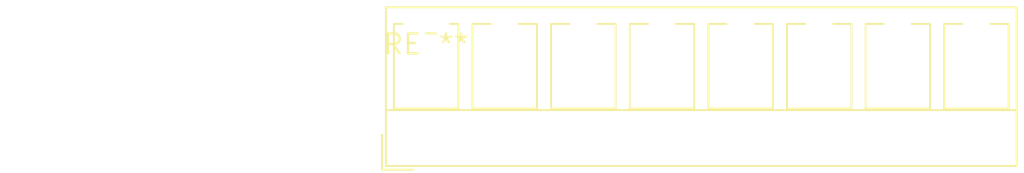
<source format=kicad_pcb>
(kicad_pcb (version 20240108) (generator pcbnew)
  (layers (0 "F.Cu" signal) (31 "B.Cu" signal) (34 "B.Paste" user) (35 "F.Paste" user) (36 "B.SilkS" user "B.Silkscreen") (37 "F.SilkS" user "F.Silkscreen") (38 "B.Mask" user) (39 "F.Mask" user) (44 "Edge.Cuts" user))
  (net 0 "")
  (footprint "TerminalBlock_RND_205-00282_1x08_P5.00mm_Vertical" (layer "F.Cu") (at 0 0)
    (property "Reference" "REF**")
    (property "Value" "TerminalBlock_RND_205-00282_1x08_P5.00mm_Vertical")
    (fp_line (start -2.8 5.76) (end -2.8 8) (layer "F.SilkS") (stroke (width 0.12)))
    (fp_line (start -2.8 8) (end -0.8 8) (layer "F.SilkS") (stroke (width 0.12)))
    (fp_line (start -2.56 -2.36) (end -2.56 7.76) (layer "F.SilkS") (stroke (width 0.12)))
    (fp_line (start -2.56 -2.36) (end 37.56 -2.36) (layer "F.SilkS") (stroke (width 0.12)))
    (fp_line (start -2.56 4.2) (end 37.56 4.2) (layer "F.SilkS") (stroke (width 0.12)))
    (fp_line (start -2.56 7.76) (end 37.56 7.76) (layer "F.SilkS") (stroke (width 0.12)))
    (fp_line (start -2.05 -1.3) (end -2.05 4.1) (layer "F.SilkS") (stroke (width 0.12)))
    (fp_line (start -2.05 -1.3) (end -1.49 -1.3) (layer "F.SilkS") (stroke (width 0.12)))
    (fp_line (start -2.05 4.1) (end 2.05 4.1) (layer "F.SilkS") (stroke (width 0.12)))
    (fp_line (start 1.49 -1.3) (end 2.05 -1.3) (layer "F.SilkS") (stroke (width 0.12)))
    (fp_line (start 2.05 -1.3) (end 2.05 4.1) (layer "F.SilkS") (stroke (width 0.12)))
    (fp_line (start 2.95 -1.3) (end 2.95 4.1) (layer "F.SilkS") (stroke (width 0.12)))
    (fp_line (start 2.95 -1.3) (end 4.117 -1.3) (layer "F.SilkS") (stroke (width 0.12)))
    (fp_line (start 2.95 4.1) (end 7.05 4.1) (layer "F.SilkS") (stroke (width 0.12)))
    (fp_line (start 5.884 -1.3) (end 7.05 -1.3) (layer "F.SilkS") (stroke (width 0.12)))
    (fp_line (start 7.05 -1.3) (end 7.05 4.1) (layer "F.SilkS") (stroke (width 0.12)))
    (fp_line (start 7.95 -1.3) (end 7.95 4.1) (layer "F.SilkS") (stroke (width 0.12)))
    (fp_line (start 7.95 -1.3) (end 9.117 -1.3) (layer "F.SilkS") (stroke (width 0.12)))
    (fp_line (start 7.95 4.1) (end 12.05 4.1) (layer "F.SilkS") (stroke (width 0.12)))
    (fp_line (start 10.884 -1.3) (end 12.05 -1.3) (layer "F.SilkS") (stroke (width 0.12)))
    (fp_line (start 12.05 -1.3) (end 12.05 4.1) (layer "F.SilkS") (stroke (width 0.12)))
    (fp_line (start 12.95 -1.3) (end 12.95 4.1) (layer "F.SilkS") (stroke (width 0.12)))
    (fp_line (start 12.95 -1.3) (end 14.117 -1.3) (layer "F.SilkS") (stroke (width 0.12)))
    (fp_line (start 12.95 4.1) (end 17.05 4.1) (layer "F.SilkS") (stroke (width 0.12)))
    (fp_line (start 15.884 -1.3) (end 17.05 -1.3) (layer "F.SilkS") (stroke (width 0.12)))
    (fp_line (start 17.05 -1.3) (end 17.05 4.1) (layer "F.SilkS") (stroke (width 0.12)))
    (fp_line (start 17.95 -1.3) (end 17.95 4.1) (layer "F.SilkS") (stroke (width 0.12)))
    (fp_line (start 17.95 -1.3) (end 19.117 -1.3) (layer "F.SilkS") (stroke (width 0.12)))
    (fp_line (start 17.95 4.1) (end 22.05 4.1) (layer "F.SilkS") (stroke (width 0.12)))
    (fp_line (start 20.884 -1.3) (end 22.05 -1.3) (layer "F.SilkS") (stroke (width 0.12)))
    (fp_line (start 22.05 -1.3) (end 22.05 4.1) (layer "F.SilkS") (stroke (width 0.12)))
    (fp_line (start 22.95 -1.3) (end 22.95 4.1) (layer "F.SilkS") (stroke (width 0.12)))
    (fp_line (start 22.95 -1.3) (end 24.117 -1.3) (layer "F.SilkS") (stroke (width 0.12)))
    (fp_line (start 22.95 4.1) (end 27.05 4.1) (layer "F.SilkS") (stroke (width 0.12)))
    (fp_line (start 25.884 -1.3) (end 27.05 -1.3) (layer "F.SilkS") (stroke (width 0.12)))
    (fp_line (start 27.05 -1.3) (end 27.05 4.1) (layer "F.SilkS") (stroke (width 0.12)))
    (fp_line (start 27.95 -1.3) (end 27.95 4.1) (layer "F.SilkS") (stroke (width 0.12)))
    (fp_line (start 27.95 -1.3) (end 29.117 -1.3) (layer "F.SilkS") (stroke (width 0.12)))
    (fp_line (start 27.95 4.1) (end 32.05 4.1) (layer "F.SilkS") (stroke (width 0.12)))
    (fp_line (start 30.884 -1.3) (end 32.05 -1.3) (layer "F.SilkS") (stroke (width 0.12)))
    (fp_line (start 32.05 -1.3) (end 32.05 4.1) (layer "F.SilkS") (stroke (width 0.12)))
    (fp_line (start 32.95 -1.3) (end 32.95 4.1) (layer "F.SilkS") (stroke (width 0.12)))
    (fp_line (start 32.95 -1.3) (end 34.117 -1.3) (layer "F.SilkS") (stroke (width 0.12)))
    (fp_line (start 32.95 4.1) (end 37.05 4.1) (layer "F.SilkS") (stroke (width 0.12)))
    (fp_line (start 35.884 -1.3) (end 37.05 -1.3) (layer "F.SilkS") (stroke (width 0.12)))
    (fp_line (start 37.05 -1.3) (end 37.05 4.1) (layer "F.SilkS") (stroke (width 0.12)))
    (fp_line (start 37.56 -2.36) (end 37.56 7.76) (layer "F.SilkS") (stroke (width 0.12)))
    (pad "1" thru_hole rect (at 0 0) (size 2.5 2.5) (drill 1.3) (layers *.Cu *.Mask) (remove_unused_layers))
    (pad "2" thru_hole circle (at 5 0) (size 2.5 2.5) (drill 1.3) (layers *.Cu *.Mask) (remove_unused_layers))
    (pad "3" thru_hole circle (at 10 0) (size 2.5 2.5) (drill 1.3) (layers *.Cu *.Mask) (remove_unused_layers))
    (pad "4" thru_hole circle (at 15 0) (size 2.5 2.5) (drill 1.3) (layers *.Cu *.Mask) (remove_unused_layers))
    (pad "5" thru_hole circle (at 20 0) (size 2.5 2.5) (drill 1.3) (layers *.Cu *.Mask) (remove_unused_layers))
    (pad "6" thru_hole circle (at 25 0) (size 2.5 2.5) (drill 1.3) (layers *.Cu *.Mask) (remove_unused_layers))
    (pad "7" thru_hole circle (at 30 0) (size 2.5 2.5) (drill 1.3) (layers *.Cu *.Mask) (remove_unused_layers))
    (pad "8" thru_hole circle (at 35 0) (size 2.5 2.5) (drill 1.3) (layers *.Cu *.Mask) (remove_unused_layers))
  )
)
</source>
